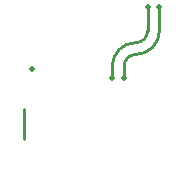
<source format=gbr>
G04 Created with the python gerber_writer 0.4.1.2*
G04 #@! TF.CreationDate,2023-08-02T20:57:14.376901*
G04 #@! TF.FileFunction,Copper,L1,Top,Signal*
G04 #@! TF.FilePolarity,Positive*
G04 #@! TF.GenerationSoftware,Karel Tavernier,gerber_writer_example.py,0.1.4*
%MOMM*%
%FSLAX36Y36*%
G75*
%AMRectangle*
0 Rectangle with straight corners*
0 Uses primitive 4 only, without calculations*
0 $1 xsize/2*
0 $2 ysize/2*
0 $3 rotation angle*
4,1,4,
$1,$2,
$1,-$2,
-$1,-$2,
-$1,$2,
$1,$2,
$3*
%
%AMRoundedRectangle*
0 Rectangle with rounded corners*
0 Uses primitive 1 and 4 only, without calculations*
0 $1 xsize/2*
0 $2 ysize/2*
0 $3 xsize/2-radius*
0 $4 size/2-radius*
0 $5 rotation angle*
0 $6 diameter*
0 $7 x of center of first quadrant circle*
0 $8 y of center of first quadrant circle*
0 $9 x of center of 2nd quadrant circle*
0 $10 y of center of 2nd quadrant circle*
4,1,8,
$3,$2,
$1,$4,
$1,-$4,
$3,-$2,
-$3,-$2,
-$1,-$4,
-$1,$4,
-$3,$2,
$3,$2,
$5*
1,1,$6,$7,$8*
1,1,$6,-$7,-$8*
1,1,$6,$9,$10*
1,1,$6,-$9,-$10*
%
%AMRoundedThermal*
0 Circular thermal with rounded corners*
0 $1 outer diameter*
0 $2 inner diameter*
0 $3 gap of straight thermal primitive*
0 $4 rotation angle*
0 $5 diameter rounding circles*
0 $6 x coordinate of q1 along h axis circle, rotated*
0 $7 y coordinate of q1 along h axis circle, rotated*
0 $8 x coordinate of q1 along v axis circle, rotated*
0 $9 y coordinate of q1 along v axis circle, rotated*
7,0,0,$1,$2,$3,$4*
1,1,$5,$6,$7*
1,1,$5,-$7,$6*
1,1,$5,-$6,-$7*
1,1,$5,$7,-$6*
1,1,$5,$8,$9*
1,1,$5,-$9,$8*
1,1,$5,-$8,-$9*
1,1,$5,$9,-$8*
1,0,$2,0,0*
%
G04 #@! TA.AperFunction,SMDPad,CuDef*
G04 #@! TAShape,Rectangle,1.27,2.54,45*
%ADD10Rectangle,0.635X1.27X45*%
G04 #@! TD*
G04 #@! TA.AperFunction,Conductor*
G04 #@! TAShape,Circle,0.254*
%ADD11C,0.254*%
G04 #@! TD*
G04 #@! TA.AperFunction,ViaPad*
G04 #@! TAShape,Circle,0.508*
%ADD12C,0.508*%
G04 #@! TD*
G04 #@! TA.AperFunction,SMDPad,CuDef*
G04 #@! TAShape,RoundedRectangle,1.257,2.286,0.254,0*
%ADD13RoundedRectangle,0.6285X1.143X0.3745X0.889X0X0.508X0.3745X0.889X-0.3745X0.889*%
G04 #@! TD*
G04 #@! TA.AperFunction,ThermalReliefPad*
G04 #@! TAShape,RoundedThermal,1,0.8,0.06,45*
%ADD14RoundedThermal,1X0.8X0.182911X45X0.103913X0.253521X0.369418X-0.253521X0.369418*%
G04 #@! TD*
%LPD*%
D10*
X65093999Y47269000D03*
X68047000Y50267000D03*
D11*
X65093999Y47269000D02*
G01*
X66093999Y48269000D01*
D12*
X66093999Y48269000D03*
D13*
X56515000Y47879000D03*
X60341000Y47879000D03*
X58428000Y43700000D03*
D11*
X60341000Y47879000D02*
X62549000Y47879000D01*
X64349999Y49657000D01*
D12*
X64349999Y49657000D03*
D11*
X58428000Y43700000D02*
X65000000Y43700000D01*
X69800000Y48500000D01*
X68047000Y50267000D01*
G04 #@! TA.AperFunction,Conductor*
G36*
X55000000Y50000000D02*
X60800000Y50000000D01*
G03*
X63000000Y52200000I0J2200000D01*
G01*
X63000000Y56000000D01*
X55000000Y56000000D01*
X55000000Y50000000D01*
G37*
G04 #@! TD*
%LPC*%
D14*
X60800000Y52200000D03*
%LPD*%
D12*
X57200000Y53800000D03*
D11*
X56515000Y47879000D02*
X56515000Y50419000D01*
D12*
X64000000Y53000000D03*
D11*
X64000000Y54000000D01*
G02*
X66000000Y56000000I2000000J0D01*
G03*
X67000000Y57000000I0J1000000D01*
G01*
X67000000Y59000000D01*
D12*
X67000000Y59000000D03*
X65000000Y53000000D03*
D11*
X65000000Y54000000D01*
G02*
X66000000Y55000000I1000000J0D01*
G03*
X68000000Y57000000I0J2000000D01*
G01*
X68000000Y59000000D01*
D12*
X68000000Y59000000D03*
M02*
</source>
